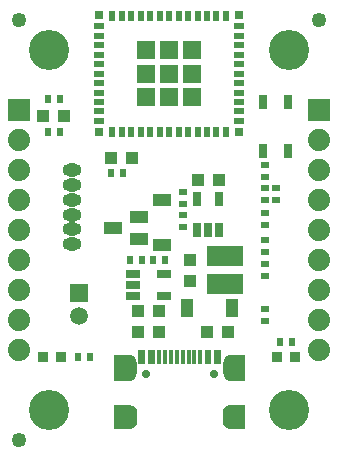
<source format=gbr>
G04 #@! TF.GenerationSoftware,KiCad,Pcbnew,5.1.6-c6e7f7d~87~ubuntu18.04.1*
G04 #@! TF.CreationDate,2022-09-28T14:17:23+03:00*
G04 #@! TF.ProjectId,ESP32-C3-DevKit-Lipo_Rev_B,45535033-322d-4433-932d-4465764b6974,B*
G04 #@! TF.SameCoordinates,Original*
G04 #@! TF.FileFunction,Soldermask,Top*
G04 #@! TF.FilePolarity,Negative*
%FSLAX46Y46*%
G04 Gerber Fmt 4.6, Leading zero omitted, Abs format (unit mm)*
G04 Created by KiCad (PCBNEW 5.1.6-c6e7f7d~87~ubuntu18.04.1) date 2022-09-28 14:17:23*
%MOMM*%
%LPD*%
G01*
G04 APERTURE LIST*
%ADD10R,0.651600X0.601600*%
%ADD11R,1.551600X1.551600*%
%ADD12R,0.501600X0.901600*%
%ADD13R,0.901600X0.501600*%
%ADD14R,0.801600X0.801600*%
%ADD15C,1.501600*%
%ADD16R,1.501600X1.501600*%
%ADD17R,0.901600X0.901600*%
%ADD18R,1.117600X1.117600*%
%ADD19R,1.501600X1.101600*%
%ADD20C,1.254000*%
%ADD21R,3.101600X1.701600*%
%ADD22R,1.301600X0.651600*%
%ADD23R,1.101600X1.501600*%
%ADD24R,0.601600X0.651600*%
%ADD25O,1.601600X1.101600*%
%ADD26C,1.879600*%
%ADD27R,1.879600X1.879600*%
%ADD28C,3.401601*%
%ADD29R,0.751600X1.151600*%
%ADD30R,0.651600X1.301600*%
%ADD31R,0.401600X1.251600*%
%ADD32O,1.301600X2.301600*%
%ADD33C,0.701600*%
%ADD34O,1.401600X2.101600*%
%ADD35R,0.351600X1.251600*%
%ADD36R,1.201600X2.301600*%
%ADD37R,1.201600X2.101600*%
G04 APERTURE END LIST*
D10*
X151638000Y-92964000D03*
X151638000Y-93980000D03*
D11*
X143510000Y-81337000D03*
X145485000Y-83312000D03*
X141535000Y-83312000D03*
X141535000Y-81337000D03*
X145485000Y-81337000D03*
X141535000Y-85287000D03*
X145485000Y-85287000D03*
X143510000Y-83312000D03*
X143510000Y-85287000D03*
D12*
X139510000Y-78412000D03*
X140310000Y-78412000D03*
X141110000Y-78412000D03*
X141910000Y-78412000D03*
X142710000Y-78412000D03*
X143510000Y-78412000D03*
X144310000Y-78412000D03*
X145110000Y-78412000D03*
X145910000Y-78412000D03*
X146710000Y-78412000D03*
X147510000Y-78412000D03*
D13*
X149410000Y-80112000D03*
X149410000Y-80912000D03*
X149410000Y-81712000D03*
X149410000Y-82512000D03*
X149410000Y-83312000D03*
X149410000Y-84112000D03*
X149410000Y-84912000D03*
X149410000Y-85712000D03*
X149410000Y-86512000D03*
D12*
X147510000Y-88212000D03*
X146710000Y-88212000D03*
X145910000Y-88212000D03*
X145110000Y-88212000D03*
X144310000Y-88212000D03*
X143510000Y-88212000D03*
X142710000Y-88212000D03*
X141910000Y-88212000D03*
X141110000Y-88212000D03*
X140310000Y-88212000D03*
X139510000Y-88212000D03*
D13*
X137610000Y-86512000D03*
X137610000Y-85712000D03*
X137610000Y-84912000D03*
X137610000Y-84112000D03*
X137610000Y-83312000D03*
X137610000Y-82512000D03*
X137610000Y-81712000D03*
X137610000Y-80912000D03*
X137610000Y-80112000D03*
X149410000Y-79312000D03*
X149410000Y-87312000D03*
X137610000Y-87312000D03*
X137610000Y-79312000D03*
D12*
X148310000Y-88212000D03*
X148310000Y-78412000D03*
D14*
X137560000Y-78362000D03*
X137560000Y-88262000D03*
X149460000Y-78362000D03*
X149460000Y-88262000D03*
D12*
X138710000Y-78412000D03*
X138710000Y-88212000D03*
D15*
X135872220Y-103870760D03*
D16*
X135869680Y-101841300D03*
D17*
X134366000Y-107314999D03*
X132842000Y-107314999D03*
D18*
X145288000Y-99060000D03*
X145288000Y-100838000D03*
D19*
X140934440Y-97342960D03*
X140934440Y-95440500D03*
X138724640Y-96395540D03*
D20*
X130810000Y-114300000D03*
X130810000Y-78740000D03*
X156210000Y-78740000D03*
D21*
X148209000Y-101149000D03*
X148209000Y-98749000D03*
D22*
X140432000Y-100269000D03*
X140432000Y-101219000D03*
X140432000Y-102169000D03*
X143032000Y-100269000D03*
X143032000Y-102169000D03*
D23*
X148839000Y-103124000D03*
X145039000Y-103124000D03*
D19*
X142875000Y-97785000D03*
X142875000Y-93985000D03*
D18*
X140843000Y-103378000D03*
X142621000Y-103378000D03*
X140335000Y-90424000D03*
X138557000Y-90424000D03*
D24*
X140208000Y-99060000D03*
X141224000Y-99060000D03*
X136779000Y-107315000D03*
X135763000Y-107315000D03*
X143129000Y-99060000D03*
X142113000Y-99060000D03*
D10*
X151638000Y-95123000D03*
X151638000Y-96139000D03*
X151638000Y-99441000D03*
X151638000Y-100457000D03*
X151638000Y-97409000D03*
X151638000Y-98425000D03*
X144653000Y-96266000D03*
X144653000Y-95250000D03*
X144653000Y-93345000D03*
X144653000Y-94361000D03*
D24*
X138557000Y-91694000D03*
X139573000Y-91694000D03*
X153924000Y-106045000D03*
X152908000Y-106045000D03*
D10*
X151638000Y-103251000D03*
X151638000Y-104267000D03*
X152527000Y-93980000D03*
X152527000Y-92964000D03*
D18*
X145923000Y-92329001D03*
X147701000Y-92329001D03*
X134620000Y-86868000D03*
X132842000Y-86868000D03*
D24*
X134239000Y-85471000D03*
X133223000Y-85471000D03*
D25*
X135255000Y-97740000D03*
X135255000Y-96490000D03*
X135255000Y-95240000D03*
X135255000Y-93990000D03*
X135255000Y-92740000D03*
X135255000Y-91490000D03*
D26*
X130810000Y-106680000D03*
X130810000Y-101600000D03*
X130810000Y-104140000D03*
X130810000Y-99060000D03*
X130810000Y-96520000D03*
D27*
X130810000Y-86360000D03*
D26*
X130810000Y-88900000D03*
X130810000Y-91440000D03*
X130810000Y-93980000D03*
X156210000Y-93980000D03*
X156210000Y-91440000D03*
X156210000Y-88900000D03*
D27*
X156210000Y-86360000D03*
D26*
X156210000Y-96520000D03*
X156210000Y-99060000D03*
X156210000Y-104140000D03*
X156210000Y-101600000D03*
X156210000Y-106680000D03*
D17*
X154178000Y-107315000D03*
X152654000Y-107315000D03*
D28*
X133350000Y-111760000D03*
X153670000Y-111760000D03*
X153670000Y-81280000D03*
X133350000Y-81280000D03*
D18*
X148463000Y-105156000D03*
X146685000Y-105156000D03*
X142621000Y-105156000D03*
X140843000Y-105156000D03*
D24*
X134239000Y-88265000D03*
X133223000Y-88265000D03*
D29*
X151452000Y-89832000D03*
X151452000Y-85682000D03*
X153602000Y-89832000D03*
X153602000Y-85682000D03*
D30*
X147762000Y-93949999D03*
X145862000Y-93949999D03*
X147762000Y-96549999D03*
X146812000Y-96549999D03*
X145862000Y-96549999D03*
D31*
X147724000Y-107320000D03*
X141074000Y-107320000D03*
X147474000Y-107320000D03*
X141324000Y-107320000D03*
X146924000Y-107320000D03*
X141874000Y-107320000D03*
X146674000Y-107320000D03*
X142124000Y-107320000D03*
D32*
X140079000Y-108222000D03*
D33*
X141509000Y-108722000D03*
D34*
X140079000Y-112402000D03*
X148719000Y-112402000D03*
D32*
X148719000Y-108222000D03*
D35*
X144149000Y-107320000D03*
X145149000Y-107320000D03*
X145649000Y-107320000D03*
X144649000Y-107320000D03*
X146149000Y-107320000D03*
X143649000Y-107320000D03*
X143149000Y-107320000D03*
X142649000Y-107320000D03*
D33*
X147289000Y-108722000D03*
D36*
X139471400Y-108222000D03*
D37*
X139471400Y-112402000D03*
D36*
X149326600Y-108222000D03*
D37*
X149326600Y-112402000D03*
D10*
X151638000Y-92075000D03*
X151638000Y-91059000D03*
M02*

</source>
